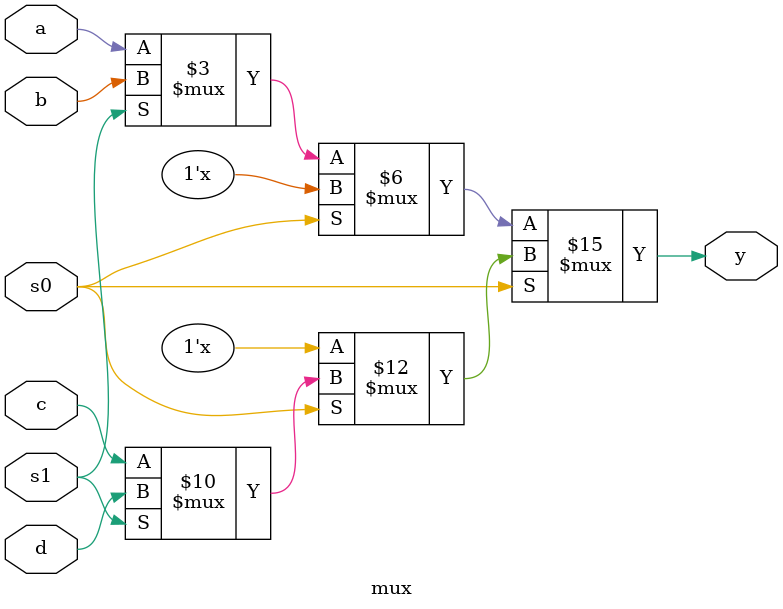
<source format=sv>

module mux (input logic a, b, c, d,
            input logic s1, s0, 
           output logic y);

always_comb
    if (s0)
        if (s1)
            y = d;
        else
            y = c;
    else
        if (s1)
            y = b;
        else
            y = a;

endmodule
</source>
